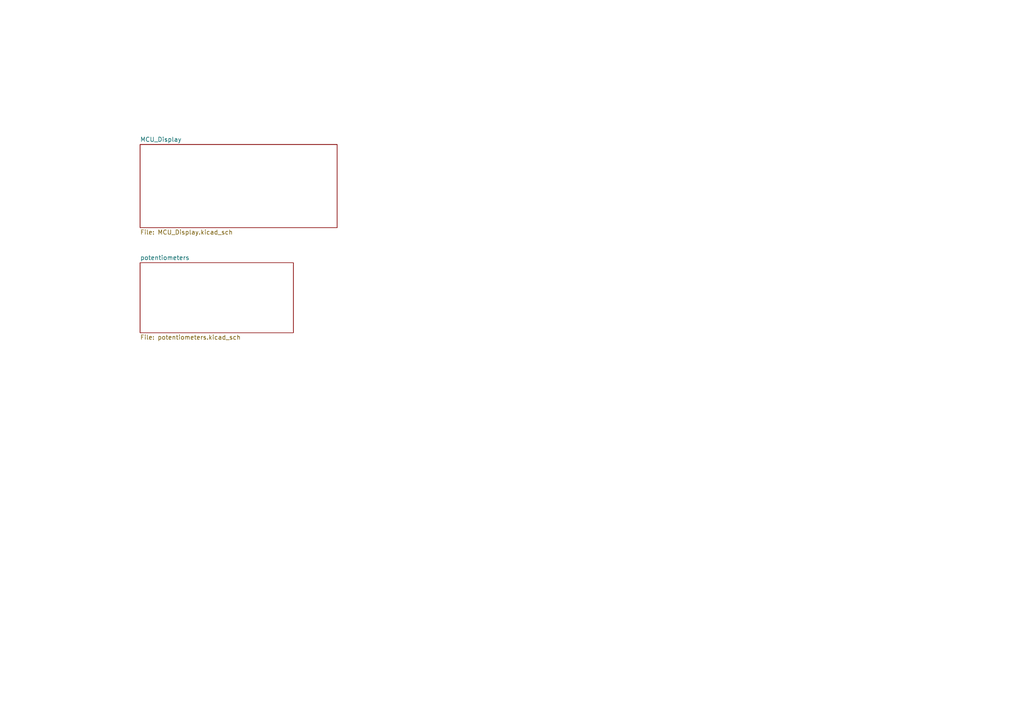
<source format=kicad_sch>
(kicad_sch (version 20230121) (generator eeschema)
  (paper "A4")
  (lib_symbols)
  (sheet (at 40.64 41.91) (size 57.15 24.13) (stroke (width 0.1524))
    (property "Sheetname" "MCU_Display" (at 40.64 41.1984 0) (effects (justify left bottom)))
    (property "Sheetfile" "MCU_Display.kicad_sch" (at 40.64 66.6246 0) (effects (justify left top)))
  )
  (sheet (at 40.64 76.2) (size 44.45 20.32) (stroke (width 0.1524))
    (property "Sheetname" "potentiometers" (at 40.64 75.4884 0) (effects (justify left bottom)))
    (property "Sheetfile" "potentiometers.kicad_sch" (at 40.64 97.1046 0) (effects (justify left top)))
  )
)
</source>
